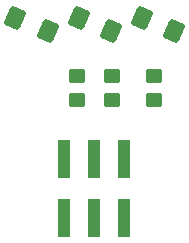
<source format=gbr>
%TF.GenerationSoftware,KiCad,Pcbnew,8.0.8*%
%TF.CreationDate,2025-04-07T01:45:18-03:00*%
%TF.ProjectId,Sao_SlotMachine_v2,53616f5f-536c-46f7-944d-616368696e65,rev?*%
%TF.SameCoordinates,Original*%
%TF.FileFunction,Paste,Bot*%
%TF.FilePolarity,Positive*%
%FSLAX46Y46*%
G04 Gerber Fmt 4.6, Leading zero omitted, Abs format (unit mm)*
G04 Created by KiCad (PCBNEW 8.0.8) date 2025-04-07 01:45:18*
%MOMM*%
%LPD*%
G01*
G04 APERTURE LIST*
G04 Aperture macros list*
%AMRoundRect*
0 Rectangle with rounded corners*
0 $1 Rounding radius*
0 $2 $3 $4 $5 $6 $7 $8 $9 X,Y pos of 4 corners*
0 Add a 4 corners polygon primitive as box body*
4,1,4,$2,$3,$4,$5,$6,$7,$8,$9,$2,$3,0*
0 Add four circle primitives for the rounded corners*
1,1,$1+$1,$2,$3*
1,1,$1+$1,$4,$5*
1,1,$1+$1,$6,$7*
1,1,$1+$1,$8,$9*
0 Add four rect primitives between the rounded corners*
20,1,$1+$1,$2,$3,$4,$5,0*
20,1,$1+$1,$4,$5,$6,$7,0*
20,1,$1+$1,$6,$7,$8,$9,0*
20,1,$1+$1,$8,$9,$2,$3,0*%
G04 Aperture macros list end*
%ADD10RoundRect,0.250000X0.450000X-0.350000X0.450000X0.350000X-0.450000X0.350000X-0.450000X-0.350000X0*%
%ADD11R,1.041400X3.200400*%
%ADD12RoundRect,0.250001X-0.669939X-0.394602X0.181526X-0.756027X0.669939X0.394602X-0.181526X0.756027X0*%
G04 APERTURE END LIST*
D10*
%TO.C,R3*%
X119000000Y-70500000D03*
X119000000Y-68500000D03*
%TD*%
%TO.C,R1*%
X125500000Y-70500000D03*
X125500000Y-68500000D03*
%TD*%
%TO.C,R2*%
X122000000Y-70500000D03*
X122000000Y-68500000D03*
%TD*%
D11*
%TO.C,J1*%
X123000000Y-75475001D03*
X123000000Y-80524999D03*
X120460000Y-75475001D03*
X120460000Y-80524999D03*
X117920000Y-75475001D03*
X117920000Y-80524999D03*
%TD*%
D12*
%TO.C,D2*%
X119150749Y-63534634D03*
X121889251Y-64697060D03*
%TD*%
%TO.C,D3*%
X113780749Y-63534634D03*
X116519251Y-64697060D03*
%TD*%
%TO.C,D1*%
X124466630Y-63534635D03*
X127205132Y-64697059D03*
%TD*%
M02*

</source>
